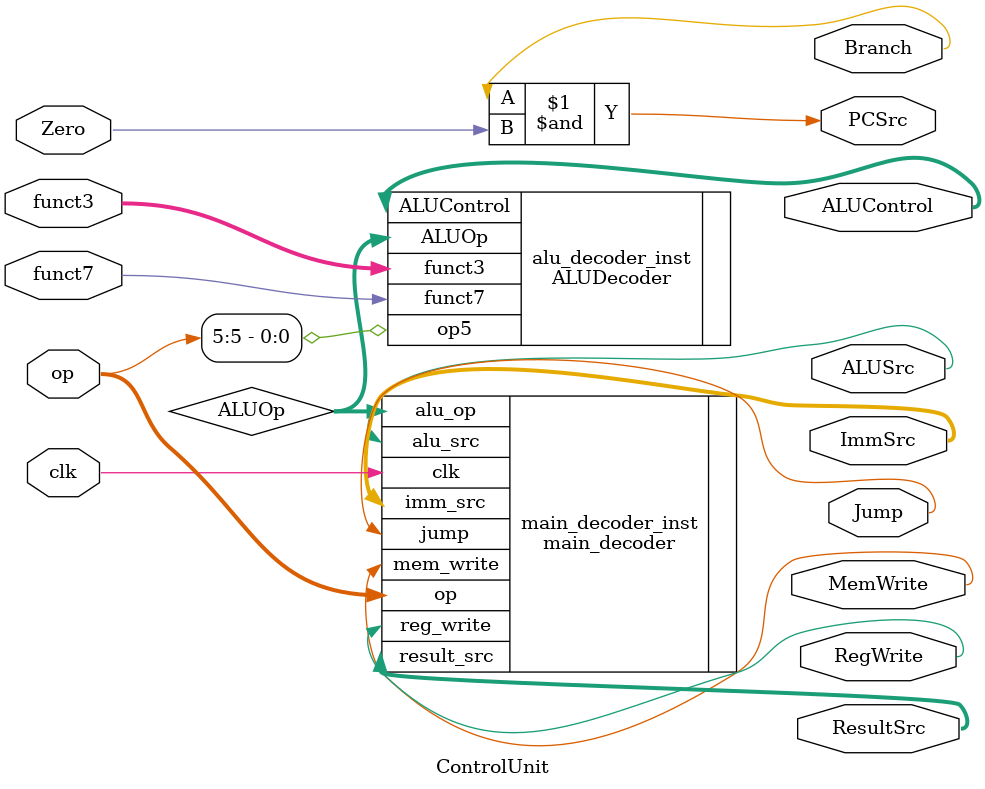
<source format=v>
module ControlUnit(
    input [6:0] op,
    input [2:0] funct3,
    input funct7,
    input clk,
    input Zero,         // Zero flag input
    output MemWrite,     // Habilitación de escritura en memoria
    output ALUSrc,       // Selección de entrada ALU
    output RegWrite,     // Habilitación de escritura en registro
    output [1:0] ResultSrc, // Selección de fuente de resultado
    output [1:0] ImmSrc,    // Selección de tipo de inmediato
    output [2:0] ALUControl, // Control de operación ALU
    output PCSrc,         // PCSrc output
    output Jump,          // Señal de salto  
    output Branch // Señal de rama
);

    // Señales internas
    wire [1:0] ALUOp;       // Branch signal

    assign PCSrc = Branch & Zero; 
    
    // Instancia del Main Decoder
    main_decoder main_decoder_inst(
        .op(op),
        .clk(clk),
        .jump(Jump),
        .mem_write(MemWrite),
        .alu_src(ALUSrc),
        .reg_write(RegWrite),
        .result_src(ResultSrc),
        .imm_src(ImmSrc),
        .alu_op(ALUOp)
    );
    
    // Instancia del ALU Decoder
    ALUDecoder alu_decoder_inst(
        .ALUOp(ALUOp),
        .funct3(funct3),
        .op5(op[5]),       // bit 5 del opcode
        .funct7(funct7),    // bit 5 de funct7 (funct7[5])
        .ALUControl(ALUControl)
    );
    
endmodule

</source>
